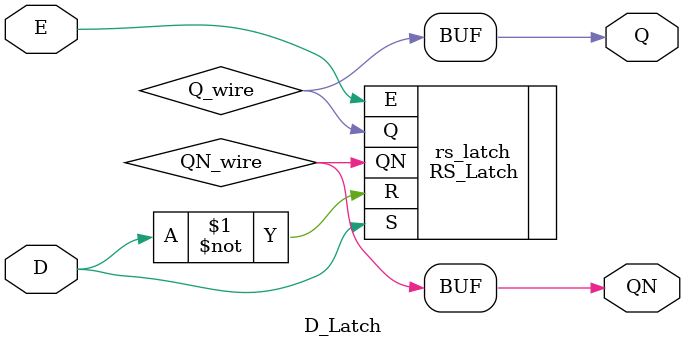
<source format=v>
`timescale 1ns / 1ps


module D_Latch(
    input D,
    input E,
    output reg Q,
    output reg QN
    );
	 
	 wire Q_wire;
	 wire QN_wire;
	 
	 RS_Latch rs_latch (
		.R(~D), 
		.S(D), 
		.E(E), 
		.Q(Q_wire), 
		.QN(QN_wire)
	);
	always @(Q_wire,QN_wire)
	begin
		Q <= Q_wire;
		QN <= QN_wire;
	end
	


endmodule

</source>
